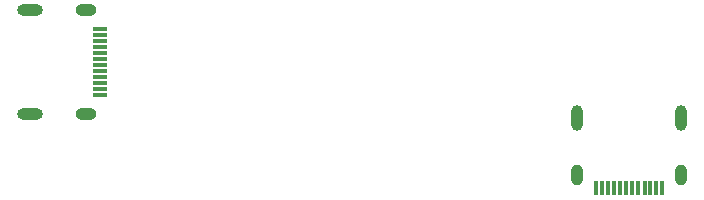
<source format=gbr>
%TF.GenerationSoftware,KiCad,Pcbnew,8.0.6*%
%TF.CreationDate,2025-04-07T23:29:29+03:00*%
%TF.ProjectId,USBC_90deg,55534243-5f39-4306-9465-672e6b696361,rev?*%
%TF.SameCoordinates,Original*%
%TF.FileFunction,Soldermask,Top*%
%TF.FilePolarity,Negative*%
%FSLAX46Y46*%
G04 Gerber Fmt 4.6, Leading zero omitted, Abs format (unit mm)*
G04 Created by KiCad (PCBNEW 8.0.6) date 2025-04-07 23:29:29*
%MOMM*%
%LPD*%
G01*
G04 APERTURE LIST*
%ADD10R,0.300000X1.150000*%
%ADD11O,1.000000X2.200000*%
%ADD12O,1.000000X1.800000*%
%ADD13R,1.150000X0.300000*%
%ADD14O,2.200000X1.000000*%
%ADD15O,1.800000X1.000000*%
G04 APERTURE END LIST*
D10*
%TO.C,P1*%
X109200000Y-89965000D03*
X109710000Y-89965000D03*
X110230000Y-89965000D03*
X110740000Y-89965000D03*
X111250000Y-89965000D03*
X111760000Y-89965000D03*
X112270000Y-89965000D03*
X112780000Y-89965000D03*
X114800000Y-89965000D03*
X113290000Y-89965000D03*
X113790000Y-89965000D03*
X114300000Y-89965000D03*
D11*
X107600000Y-84030000D03*
D12*
X107600000Y-88830000D03*
D11*
X116400000Y-84030000D03*
D12*
X116400000Y-88830000D03*
%TD*%
D13*
%TO.C,P2*%
X67175000Y-82090000D03*
X67175000Y-81580000D03*
X67175000Y-81060000D03*
X67175000Y-80550000D03*
X67175000Y-80040000D03*
X67175000Y-79530000D03*
X67175000Y-79020000D03*
X67175000Y-78510000D03*
X67175000Y-76490000D03*
X67175000Y-78000000D03*
X67175000Y-77500000D03*
X67175000Y-76990000D03*
D14*
X61240000Y-83690000D03*
D15*
X66040000Y-83690000D03*
D14*
X61240000Y-74890000D03*
D15*
X66040000Y-74890000D03*
%TD*%
M02*

</source>
